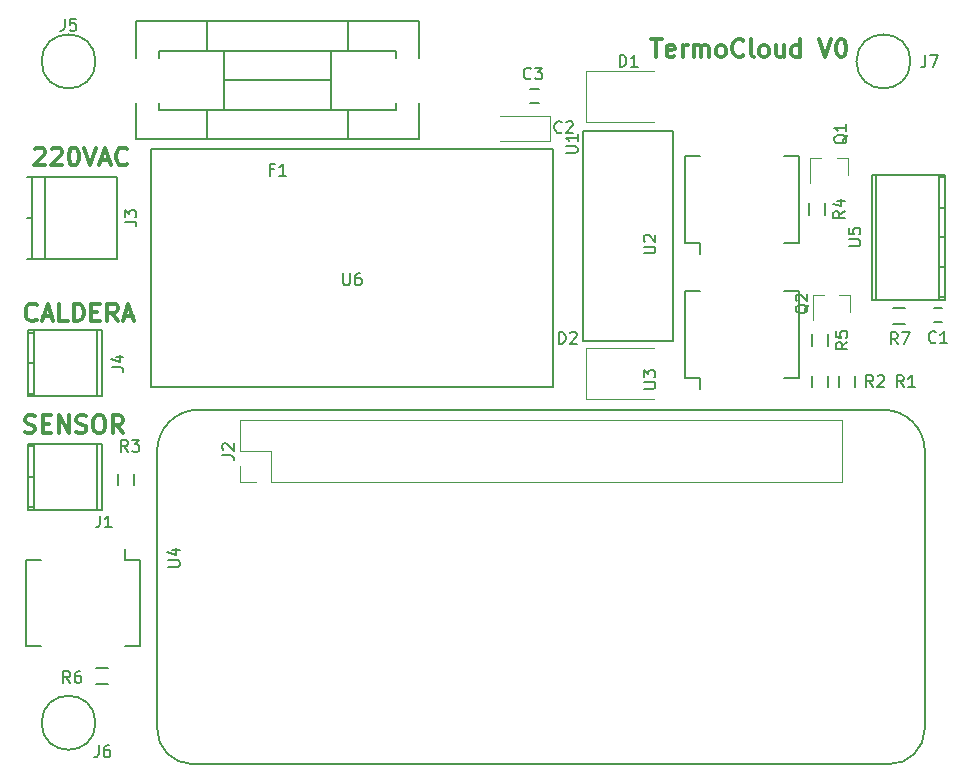
<source format=gbr>
G04 #@! TF.FileFunction,Legend,Top*
%FSLAX46Y46*%
G04 Gerber Fmt 4.6, Leading zero omitted, Abs format (unit mm)*
G04 Created by KiCad (PCBNEW 4.0.7) date Tuesday, 06 '06e' March '06e' 2018, 22:38:06*
%MOMM*%
%LPD*%
G01*
G04 APERTURE LIST*
%ADD10C,0.100000*%
%ADD11C,0.300000*%
%ADD12C,0.150000*%
%ADD13C,0.120000*%
%ADD14C,0.200000*%
G04 APERTURE END LIST*
D10*
D11*
X90307143Y-128407143D02*
X90521429Y-128478571D01*
X90878572Y-128478571D01*
X91021429Y-128407143D01*
X91092858Y-128335714D01*
X91164286Y-128192857D01*
X91164286Y-128050000D01*
X91092858Y-127907143D01*
X91021429Y-127835714D01*
X90878572Y-127764286D01*
X90592858Y-127692857D01*
X90450000Y-127621429D01*
X90378572Y-127550000D01*
X90307143Y-127407143D01*
X90307143Y-127264286D01*
X90378572Y-127121429D01*
X90450000Y-127050000D01*
X90592858Y-126978571D01*
X90950000Y-126978571D01*
X91164286Y-127050000D01*
X91807143Y-127692857D02*
X92307143Y-127692857D01*
X92521429Y-128478571D02*
X91807143Y-128478571D01*
X91807143Y-126978571D01*
X92521429Y-126978571D01*
X93164286Y-128478571D02*
X93164286Y-126978571D01*
X94021429Y-128478571D01*
X94021429Y-126978571D01*
X94664286Y-128407143D02*
X94878572Y-128478571D01*
X95235715Y-128478571D01*
X95378572Y-128407143D01*
X95450001Y-128335714D01*
X95521429Y-128192857D01*
X95521429Y-128050000D01*
X95450001Y-127907143D01*
X95378572Y-127835714D01*
X95235715Y-127764286D01*
X94950001Y-127692857D01*
X94807143Y-127621429D01*
X94735715Y-127550000D01*
X94664286Y-127407143D01*
X94664286Y-127264286D01*
X94735715Y-127121429D01*
X94807143Y-127050000D01*
X94950001Y-126978571D01*
X95307143Y-126978571D01*
X95521429Y-127050000D01*
X96450000Y-126978571D02*
X96735714Y-126978571D01*
X96878572Y-127050000D01*
X97021429Y-127192857D01*
X97092857Y-127478571D01*
X97092857Y-127978571D01*
X97021429Y-128264286D01*
X96878572Y-128407143D01*
X96735714Y-128478571D01*
X96450000Y-128478571D01*
X96307143Y-128407143D01*
X96164286Y-128264286D01*
X96092857Y-127978571D01*
X96092857Y-127478571D01*
X96164286Y-127192857D01*
X96307143Y-127050000D01*
X96450000Y-126978571D01*
X98592858Y-128478571D02*
X98092858Y-127764286D01*
X97735715Y-128478571D02*
X97735715Y-126978571D01*
X98307143Y-126978571D01*
X98450001Y-127050000D01*
X98521429Y-127121429D01*
X98592858Y-127264286D01*
X98592858Y-127478571D01*
X98521429Y-127621429D01*
X98450001Y-127692857D01*
X98307143Y-127764286D01*
X97735715Y-127764286D01*
X91292858Y-118860714D02*
X91221429Y-118932143D01*
X91007143Y-119003571D01*
X90864286Y-119003571D01*
X90650001Y-118932143D01*
X90507143Y-118789286D01*
X90435715Y-118646429D01*
X90364286Y-118360714D01*
X90364286Y-118146429D01*
X90435715Y-117860714D01*
X90507143Y-117717857D01*
X90650001Y-117575000D01*
X90864286Y-117503571D01*
X91007143Y-117503571D01*
X91221429Y-117575000D01*
X91292858Y-117646429D01*
X91864286Y-118575000D02*
X92578572Y-118575000D01*
X91721429Y-119003571D02*
X92221429Y-117503571D01*
X92721429Y-119003571D01*
X93935715Y-119003571D02*
X93221429Y-119003571D01*
X93221429Y-117503571D01*
X94435715Y-119003571D02*
X94435715Y-117503571D01*
X94792858Y-117503571D01*
X95007143Y-117575000D01*
X95150001Y-117717857D01*
X95221429Y-117860714D01*
X95292858Y-118146429D01*
X95292858Y-118360714D01*
X95221429Y-118646429D01*
X95150001Y-118789286D01*
X95007143Y-118932143D01*
X94792858Y-119003571D01*
X94435715Y-119003571D01*
X95935715Y-118217857D02*
X96435715Y-118217857D01*
X96650001Y-119003571D02*
X95935715Y-119003571D01*
X95935715Y-117503571D01*
X96650001Y-117503571D01*
X98150001Y-119003571D02*
X97650001Y-118289286D01*
X97292858Y-119003571D02*
X97292858Y-117503571D01*
X97864286Y-117503571D01*
X98007144Y-117575000D01*
X98078572Y-117646429D01*
X98150001Y-117789286D01*
X98150001Y-118003571D01*
X98078572Y-118146429D01*
X98007144Y-118217857D01*
X97864286Y-118289286D01*
X97292858Y-118289286D01*
X98721429Y-118575000D02*
X99435715Y-118575000D01*
X98578572Y-119003571D02*
X99078572Y-117503571D01*
X99578572Y-119003571D01*
X91157144Y-104446429D02*
X91228573Y-104375000D01*
X91371430Y-104303571D01*
X91728573Y-104303571D01*
X91871430Y-104375000D01*
X91942859Y-104446429D01*
X92014287Y-104589286D01*
X92014287Y-104732143D01*
X91942859Y-104946429D01*
X91085716Y-105803571D01*
X92014287Y-105803571D01*
X92585715Y-104446429D02*
X92657144Y-104375000D01*
X92800001Y-104303571D01*
X93157144Y-104303571D01*
X93300001Y-104375000D01*
X93371430Y-104446429D01*
X93442858Y-104589286D01*
X93442858Y-104732143D01*
X93371430Y-104946429D01*
X92514287Y-105803571D01*
X93442858Y-105803571D01*
X94371429Y-104303571D02*
X94514286Y-104303571D01*
X94657143Y-104375000D01*
X94728572Y-104446429D01*
X94800001Y-104589286D01*
X94871429Y-104875000D01*
X94871429Y-105232143D01*
X94800001Y-105517857D01*
X94728572Y-105660714D01*
X94657143Y-105732143D01*
X94514286Y-105803571D01*
X94371429Y-105803571D01*
X94228572Y-105732143D01*
X94157143Y-105660714D01*
X94085715Y-105517857D01*
X94014286Y-105232143D01*
X94014286Y-104875000D01*
X94085715Y-104589286D01*
X94157143Y-104446429D01*
X94228572Y-104375000D01*
X94371429Y-104303571D01*
X95300000Y-104303571D02*
X95800000Y-105803571D01*
X96300000Y-104303571D01*
X96728571Y-105375000D02*
X97442857Y-105375000D01*
X96585714Y-105803571D02*
X97085714Y-104303571D01*
X97585714Y-105803571D01*
X98942857Y-105660714D02*
X98871428Y-105732143D01*
X98657142Y-105803571D01*
X98514285Y-105803571D01*
X98300000Y-105732143D01*
X98157142Y-105589286D01*
X98085714Y-105446429D01*
X98014285Y-105160714D01*
X98014285Y-104946429D01*
X98085714Y-104660714D01*
X98157142Y-104517857D01*
X98300000Y-104375000D01*
X98514285Y-104303571D01*
X98657142Y-104303571D01*
X98871428Y-104375000D01*
X98942857Y-104446429D01*
X143353572Y-95128571D02*
X144210715Y-95128571D01*
X143782144Y-96628571D02*
X143782144Y-95128571D01*
X145282143Y-96557143D02*
X145139286Y-96628571D01*
X144853572Y-96628571D01*
X144710715Y-96557143D01*
X144639286Y-96414286D01*
X144639286Y-95842857D01*
X144710715Y-95700000D01*
X144853572Y-95628571D01*
X145139286Y-95628571D01*
X145282143Y-95700000D01*
X145353572Y-95842857D01*
X145353572Y-95985714D01*
X144639286Y-96128571D01*
X145996429Y-96628571D02*
X145996429Y-95628571D01*
X145996429Y-95914286D02*
X146067857Y-95771429D01*
X146139286Y-95700000D01*
X146282143Y-95628571D01*
X146425000Y-95628571D01*
X146925000Y-96628571D02*
X146925000Y-95628571D01*
X146925000Y-95771429D02*
X146996428Y-95700000D01*
X147139286Y-95628571D01*
X147353571Y-95628571D01*
X147496428Y-95700000D01*
X147567857Y-95842857D01*
X147567857Y-96628571D01*
X147567857Y-95842857D02*
X147639286Y-95700000D01*
X147782143Y-95628571D01*
X147996428Y-95628571D01*
X148139286Y-95700000D01*
X148210714Y-95842857D01*
X148210714Y-96628571D01*
X149139286Y-96628571D02*
X148996428Y-96557143D01*
X148925000Y-96485714D01*
X148853571Y-96342857D01*
X148853571Y-95914286D01*
X148925000Y-95771429D01*
X148996428Y-95700000D01*
X149139286Y-95628571D01*
X149353571Y-95628571D01*
X149496428Y-95700000D01*
X149567857Y-95771429D01*
X149639286Y-95914286D01*
X149639286Y-96342857D01*
X149567857Y-96485714D01*
X149496428Y-96557143D01*
X149353571Y-96628571D01*
X149139286Y-96628571D01*
X151139286Y-96485714D02*
X151067857Y-96557143D01*
X150853571Y-96628571D01*
X150710714Y-96628571D01*
X150496429Y-96557143D01*
X150353571Y-96414286D01*
X150282143Y-96271429D01*
X150210714Y-95985714D01*
X150210714Y-95771429D01*
X150282143Y-95485714D01*
X150353571Y-95342857D01*
X150496429Y-95200000D01*
X150710714Y-95128571D01*
X150853571Y-95128571D01*
X151067857Y-95200000D01*
X151139286Y-95271429D01*
X151996429Y-96628571D02*
X151853571Y-96557143D01*
X151782143Y-96414286D01*
X151782143Y-95128571D01*
X152782143Y-96628571D02*
X152639285Y-96557143D01*
X152567857Y-96485714D01*
X152496428Y-96342857D01*
X152496428Y-95914286D01*
X152567857Y-95771429D01*
X152639285Y-95700000D01*
X152782143Y-95628571D01*
X152996428Y-95628571D01*
X153139285Y-95700000D01*
X153210714Y-95771429D01*
X153282143Y-95914286D01*
X153282143Y-96342857D01*
X153210714Y-96485714D01*
X153139285Y-96557143D01*
X152996428Y-96628571D01*
X152782143Y-96628571D01*
X154567857Y-95628571D02*
X154567857Y-96628571D01*
X153925000Y-95628571D02*
X153925000Y-96414286D01*
X153996428Y-96557143D01*
X154139286Y-96628571D01*
X154353571Y-96628571D01*
X154496428Y-96557143D01*
X154567857Y-96485714D01*
X155925000Y-96628571D02*
X155925000Y-95128571D01*
X155925000Y-96557143D02*
X155782143Y-96628571D01*
X155496429Y-96628571D01*
X155353571Y-96557143D01*
X155282143Y-96485714D01*
X155210714Y-96342857D01*
X155210714Y-95914286D01*
X155282143Y-95771429D01*
X155353571Y-95700000D01*
X155496429Y-95628571D01*
X155782143Y-95628571D01*
X155925000Y-95700000D01*
X157567857Y-95128571D02*
X158067857Y-96628571D01*
X158567857Y-95128571D01*
X159353571Y-95128571D02*
X159496428Y-95128571D01*
X159639285Y-95200000D01*
X159710714Y-95271429D01*
X159782143Y-95414286D01*
X159853571Y-95700000D01*
X159853571Y-96057143D01*
X159782143Y-96342857D01*
X159710714Y-96485714D01*
X159639285Y-96557143D01*
X159496428Y-96628571D01*
X159353571Y-96628571D01*
X159210714Y-96557143D01*
X159139285Y-96485714D01*
X159067857Y-96342857D01*
X158996428Y-96057143D01*
X158996428Y-95700000D01*
X159067857Y-95414286D01*
X159139285Y-95271429D01*
X159210714Y-95200000D01*
X159353571Y-95128571D01*
D12*
X167950000Y-119100000D02*
X167250000Y-119100000D01*
X167250000Y-117900000D02*
X167950000Y-117900000D01*
D13*
X134800000Y-103700000D02*
X130550000Y-103700000D01*
X134800000Y-101600000D02*
X130550000Y-101600000D01*
X134800000Y-103700000D02*
X134800000Y-101600000D01*
D12*
X133800000Y-100550000D02*
X133100000Y-100550000D01*
X133100000Y-99350000D02*
X133800000Y-99350000D01*
D13*
X137850000Y-97850000D02*
X137850000Y-102150000D01*
X137850000Y-102150000D02*
X143550000Y-102150000D01*
X137850000Y-97850000D02*
X143550000Y-97850000D01*
X137850000Y-121250000D02*
X137850000Y-125550000D01*
X137850000Y-125550000D02*
X143550000Y-125550000D01*
X137850000Y-121250000D02*
X143550000Y-121250000D01*
D12*
X91099040Y-134969080D02*
X91099040Y-129370920D01*
X90601200Y-129569040D02*
X91099040Y-129569040D01*
X91099040Y-134770960D02*
X90601200Y-134770960D01*
X90601200Y-132170000D02*
X91099040Y-132170000D01*
X96400020Y-129370920D02*
X96400020Y-134969080D01*
X90601200Y-129370920D02*
X90601200Y-134969080D01*
X90601200Y-134969080D02*
X96798800Y-134969080D01*
X96798800Y-134969080D02*
X96798800Y-129370920D01*
X96798800Y-129370920D02*
X90601200Y-129370920D01*
X91099040Y-125369080D02*
X91099040Y-119770920D01*
X90601200Y-119969040D02*
X91099040Y-119969040D01*
X91099040Y-125170960D02*
X90601200Y-125170960D01*
X90601200Y-122570000D02*
X91099040Y-122570000D01*
X96400020Y-119770920D02*
X96400020Y-125369080D01*
X90601200Y-119770920D02*
X90601200Y-125369080D01*
X90601200Y-125369080D02*
X96798800Y-125369080D01*
X96798800Y-125369080D02*
X96798800Y-119770920D01*
X96798800Y-119770920D02*
X90601200Y-119770920D01*
D13*
X159980000Y-105140000D02*
X159050000Y-105140000D01*
X156820000Y-105140000D02*
X157750000Y-105140000D01*
X156820000Y-105140000D02*
X156820000Y-107300000D01*
X159980000Y-105140000D02*
X159980000Y-106600000D01*
X160180000Y-116740000D02*
X159250000Y-116740000D01*
X157020000Y-116740000D02*
X157950000Y-116740000D01*
X157020000Y-116740000D02*
X157020000Y-118900000D01*
X160180000Y-116740000D02*
X160180000Y-118200000D01*
D12*
X159225000Y-124600000D02*
X159225000Y-123600000D01*
X160575000Y-123600000D02*
X160575000Y-124600000D01*
X156925000Y-124600000D02*
X156925000Y-123600000D01*
X158275000Y-123600000D02*
X158275000Y-124600000D01*
X99575000Y-131900000D02*
X99575000Y-132900000D01*
X98225000Y-132900000D02*
X98225000Y-131900000D01*
X156725000Y-110000000D02*
X156725000Y-109000000D01*
X158075000Y-109000000D02*
X158075000Y-110000000D01*
X156925000Y-121100000D02*
X156925000Y-120100000D01*
X158275000Y-120100000D02*
X158275000Y-121100000D01*
X97350000Y-149725000D02*
X96350000Y-149725000D01*
X96350000Y-148375000D02*
X97350000Y-148375000D01*
X164800000Y-119225000D02*
X163800000Y-119225000D01*
X163800000Y-117875000D02*
X164800000Y-117875000D01*
X146155000Y-112365000D02*
X147425000Y-112365000D01*
X146155000Y-105015000D02*
X147425000Y-105015000D01*
X155825000Y-105015000D02*
X154555000Y-105015000D01*
X155825000Y-112365000D02*
X154555000Y-112365000D01*
X146155000Y-112365000D02*
X146155000Y-105015000D01*
X155825000Y-112365000D02*
X155825000Y-105015000D01*
X147425000Y-112365000D02*
X147425000Y-113300000D01*
X146155000Y-123815000D02*
X147425000Y-123815000D01*
X146155000Y-116465000D02*
X147425000Y-116465000D01*
X155825000Y-116465000D02*
X154555000Y-116465000D01*
X155825000Y-123815000D02*
X154555000Y-123815000D01*
X146155000Y-123815000D02*
X146155000Y-116465000D01*
X155825000Y-123815000D02*
X155825000Y-116465000D01*
X147425000Y-123815000D02*
X147425000Y-124750000D01*
X100045000Y-139185000D02*
X98775000Y-139185000D01*
X100045000Y-146535000D02*
X98775000Y-146535000D01*
X90375000Y-146535000D02*
X91645000Y-146535000D01*
X90375000Y-139185000D02*
X91645000Y-139185000D01*
X100045000Y-139185000D02*
X100045000Y-146535000D01*
X90375000Y-139185000D02*
X90375000Y-146535000D01*
X98775000Y-139185000D02*
X98775000Y-138250000D01*
X162001200Y-106589020D02*
X162001200Y-117190980D01*
X162399980Y-117190980D02*
X162399980Y-106589020D01*
X167700960Y-117190980D02*
X167700960Y-106589020D01*
X168198800Y-106589020D02*
X168198800Y-117190980D01*
X167700960Y-109393180D02*
X168198800Y-109393180D01*
X167700960Y-111890000D02*
X168198800Y-111890000D01*
X168198800Y-116987780D02*
X167700960Y-116987780D01*
X167700960Y-106789680D02*
X168198800Y-106789680D01*
X168198800Y-114386820D02*
X167700960Y-114386820D01*
X168198800Y-106591560D02*
X162001200Y-106591560D01*
X162001200Y-117185900D02*
X168198800Y-117185900D01*
D14*
X166500000Y-130000000D02*
X166500000Y-153500000D01*
X166500000Y-130000000D02*
G75*
G03X163000000Y-126500000I-3500000J0D01*
G01*
X101500000Y-130000000D02*
X101500000Y-153500000D01*
X101500000Y-130000000D02*
G75*
G02X105000000Y-126500000I3500000J0D01*
G01*
X163447643Y-156499543D02*
G75*
G03X166500000Y-153500000I52357J2999543D01*
G01*
X101500457Y-153447643D02*
G75*
G03X104500000Y-156500000I2999543J-52357D01*
G01*
X104500000Y-156500000D02*
X163500000Y-156500000D01*
X105000000Y-126500000D02*
X163000000Y-126500000D01*
D13*
X159460000Y-132600000D02*
X159460000Y-127400000D01*
X111140000Y-132600000D02*
X159460000Y-132600000D01*
X108540000Y-127400000D02*
X159460000Y-127400000D01*
X111140000Y-132600000D02*
X111140000Y-130000000D01*
X111140000Y-130000000D02*
X108540000Y-130000000D01*
X108540000Y-130000000D02*
X108540000Y-127400000D01*
X109870000Y-132600000D02*
X108540000Y-132600000D01*
X108540000Y-132600000D02*
X108540000Y-131270000D01*
D12*
X90900000Y-110250000D02*
X90500000Y-110250000D01*
X92000000Y-106750000D02*
X92000000Y-113750000D01*
X90900000Y-106750000D02*
X90900000Y-113750000D01*
X98100000Y-106750000D02*
X90500000Y-106750000D01*
X90500000Y-113750000D02*
X98100000Y-113750000D01*
X98100000Y-113750000D02*
X98100000Y-106750000D01*
X117699480Y-101099360D02*
X117699480Y-103601260D01*
X117699480Y-93598740D02*
X117699480Y-96100640D01*
X105700520Y-93598740D02*
X105700520Y-96100640D01*
X105700520Y-103601260D02*
X105700520Y-101099360D01*
X116200880Y-98600000D02*
X107199120Y-98600000D01*
X116200880Y-101099360D02*
X116200880Y-96100640D01*
X107199120Y-101099360D02*
X107199120Y-96100640D01*
X101700020Y-100499920D02*
X101700020Y-101099360D01*
X121699980Y-96700080D02*
X121699980Y-96100640D01*
X121699980Y-96100640D02*
X101700020Y-96100640D01*
X101700020Y-96100640D02*
X101700020Y-96700080D01*
X101700020Y-101099360D02*
X121699980Y-101099360D01*
X121699980Y-101099360D02*
X121699980Y-100499920D01*
X99701040Y-100499920D02*
X99701040Y-103601260D01*
X123698960Y-96700080D02*
X123698960Y-93598740D01*
X123698960Y-93598740D02*
X99701040Y-93598740D01*
X99701040Y-93598740D02*
X99701040Y-96700080D01*
X99701040Y-103601260D02*
X123698960Y-103601260D01*
X123698960Y-103601260D02*
X123698960Y-100499920D01*
X96286000Y-97000000D02*
G75*
G03X96286000Y-97000000I-2286000J0D01*
G01*
X96286000Y-153000000D02*
G75*
G03X96286000Y-153000000I-2286000J0D01*
G01*
X165286000Y-97000000D02*
G75*
G03X165286000Y-97000000I-2286000J0D01*
G01*
X101000000Y-104400000D02*
X101000000Y-124600000D01*
X135000000Y-104400000D02*
X101000000Y-104400000D01*
X135000000Y-104600000D02*
X135000000Y-104400000D01*
X135000000Y-124600000D02*
X135000000Y-104600000D01*
X101000000Y-124600000D02*
X135000000Y-124600000D01*
X137530000Y-120640000D02*
X145150000Y-120640000D01*
X137530000Y-102860000D02*
X137530000Y-120640000D01*
X145150000Y-102860000D02*
X137530000Y-102860000D01*
X137530000Y-102860000D02*
X145150000Y-102860000D01*
X145150000Y-102860000D02*
X145150000Y-120640000D01*
X167433334Y-120757143D02*
X167385715Y-120804762D01*
X167242858Y-120852381D01*
X167147620Y-120852381D01*
X167004762Y-120804762D01*
X166909524Y-120709524D01*
X166861905Y-120614286D01*
X166814286Y-120423810D01*
X166814286Y-120280952D01*
X166861905Y-120090476D01*
X166909524Y-119995238D01*
X167004762Y-119900000D01*
X167147620Y-119852381D01*
X167242858Y-119852381D01*
X167385715Y-119900000D01*
X167433334Y-119947619D01*
X168385715Y-120852381D02*
X167814286Y-120852381D01*
X168100000Y-120852381D02*
X168100000Y-119852381D01*
X168004762Y-119995238D01*
X167909524Y-120090476D01*
X167814286Y-120138095D01*
X135758334Y-102982143D02*
X135710715Y-103029762D01*
X135567858Y-103077381D01*
X135472620Y-103077381D01*
X135329762Y-103029762D01*
X135234524Y-102934524D01*
X135186905Y-102839286D01*
X135139286Y-102648810D01*
X135139286Y-102505952D01*
X135186905Y-102315476D01*
X135234524Y-102220238D01*
X135329762Y-102125000D01*
X135472620Y-102077381D01*
X135567858Y-102077381D01*
X135710715Y-102125000D01*
X135758334Y-102172619D01*
X136139286Y-102172619D02*
X136186905Y-102125000D01*
X136282143Y-102077381D01*
X136520239Y-102077381D01*
X136615477Y-102125000D01*
X136663096Y-102172619D01*
X136710715Y-102267857D01*
X136710715Y-102363095D01*
X136663096Y-102505952D01*
X136091667Y-103077381D01*
X136710715Y-103077381D01*
X133158334Y-98432143D02*
X133110715Y-98479762D01*
X132967858Y-98527381D01*
X132872620Y-98527381D01*
X132729762Y-98479762D01*
X132634524Y-98384524D01*
X132586905Y-98289286D01*
X132539286Y-98098810D01*
X132539286Y-97955952D01*
X132586905Y-97765476D01*
X132634524Y-97670238D01*
X132729762Y-97575000D01*
X132872620Y-97527381D01*
X132967858Y-97527381D01*
X133110715Y-97575000D01*
X133158334Y-97622619D01*
X133491667Y-97527381D02*
X134110715Y-97527381D01*
X133777381Y-97908333D01*
X133920239Y-97908333D01*
X134015477Y-97955952D01*
X134063096Y-98003571D01*
X134110715Y-98098810D01*
X134110715Y-98336905D01*
X134063096Y-98432143D01*
X134015477Y-98479762D01*
X133920239Y-98527381D01*
X133634524Y-98527381D01*
X133539286Y-98479762D01*
X133491667Y-98432143D01*
X140661905Y-97452381D02*
X140661905Y-96452381D01*
X140900000Y-96452381D01*
X141042858Y-96500000D01*
X141138096Y-96595238D01*
X141185715Y-96690476D01*
X141233334Y-96880952D01*
X141233334Y-97023810D01*
X141185715Y-97214286D01*
X141138096Y-97309524D01*
X141042858Y-97404762D01*
X140900000Y-97452381D01*
X140661905Y-97452381D01*
X142185715Y-97452381D02*
X141614286Y-97452381D01*
X141900000Y-97452381D02*
X141900000Y-96452381D01*
X141804762Y-96595238D01*
X141709524Y-96690476D01*
X141614286Y-96738095D01*
X135511905Y-120902381D02*
X135511905Y-119902381D01*
X135750000Y-119902381D01*
X135892858Y-119950000D01*
X135988096Y-120045238D01*
X136035715Y-120140476D01*
X136083334Y-120330952D01*
X136083334Y-120473810D01*
X136035715Y-120664286D01*
X135988096Y-120759524D01*
X135892858Y-120854762D01*
X135750000Y-120902381D01*
X135511905Y-120902381D01*
X136464286Y-119997619D02*
X136511905Y-119950000D01*
X136607143Y-119902381D01*
X136845239Y-119902381D01*
X136940477Y-119950000D01*
X136988096Y-119997619D01*
X137035715Y-120092857D01*
X137035715Y-120188095D01*
X136988096Y-120330952D01*
X136416667Y-120902381D01*
X137035715Y-120902381D01*
X96666667Y-135452381D02*
X96666667Y-136166667D01*
X96619047Y-136309524D01*
X96523809Y-136404762D01*
X96380952Y-136452381D01*
X96285714Y-136452381D01*
X97666667Y-136452381D02*
X97095238Y-136452381D01*
X97380952Y-136452381D02*
X97380952Y-135452381D01*
X97285714Y-135595238D01*
X97190476Y-135690476D01*
X97095238Y-135738095D01*
X97653261Y-122903333D02*
X98367547Y-122903333D01*
X98510404Y-122950953D01*
X98605642Y-123046191D01*
X98653261Y-123189048D01*
X98653261Y-123284286D01*
X97986594Y-121998571D02*
X98653261Y-121998571D01*
X97605642Y-122236667D02*
X98319928Y-122474762D01*
X98319928Y-121855714D01*
X159947619Y-103220238D02*
X159900000Y-103315476D01*
X159804762Y-103410714D01*
X159661905Y-103553571D01*
X159614286Y-103648810D01*
X159614286Y-103744048D01*
X159852381Y-103696429D02*
X159804762Y-103791667D01*
X159709524Y-103886905D01*
X159519048Y-103934524D01*
X159185714Y-103934524D01*
X158995238Y-103886905D01*
X158900000Y-103791667D01*
X158852381Y-103696429D01*
X158852381Y-103505952D01*
X158900000Y-103410714D01*
X158995238Y-103315476D01*
X159185714Y-103267857D01*
X159519048Y-103267857D01*
X159709524Y-103315476D01*
X159804762Y-103410714D01*
X159852381Y-103505952D01*
X159852381Y-103696429D01*
X159852381Y-102315476D02*
X159852381Y-102886905D01*
X159852381Y-102601191D02*
X158852381Y-102601191D01*
X158995238Y-102696429D01*
X159090476Y-102791667D01*
X159138095Y-102886905D01*
X156647619Y-117595238D02*
X156600000Y-117690476D01*
X156504762Y-117785714D01*
X156361905Y-117928571D01*
X156314286Y-118023810D01*
X156314286Y-118119048D01*
X156552381Y-118071429D02*
X156504762Y-118166667D01*
X156409524Y-118261905D01*
X156219048Y-118309524D01*
X155885714Y-118309524D01*
X155695238Y-118261905D01*
X155600000Y-118166667D01*
X155552381Y-118071429D01*
X155552381Y-117880952D01*
X155600000Y-117785714D01*
X155695238Y-117690476D01*
X155885714Y-117642857D01*
X156219048Y-117642857D01*
X156409524Y-117690476D01*
X156504762Y-117785714D01*
X156552381Y-117880952D01*
X156552381Y-118071429D01*
X155647619Y-117261905D02*
X155600000Y-117214286D01*
X155552381Y-117119048D01*
X155552381Y-116880952D01*
X155600000Y-116785714D01*
X155647619Y-116738095D01*
X155742857Y-116690476D01*
X155838095Y-116690476D01*
X155980952Y-116738095D01*
X156552381Y-117309524D01*
X156552381Y-116690476D01*
X164708334Y-124577381D02*
X164375000Y-124101190D01*
X164136905Y-124577381D02*
X164136905Y-123577381D01*
X164517858Y-123577381D01*
X164613096Y-123625000D01*
X164660715Y-123672619D01*
X164708334Y-123767857D01*
X164708334Y-123910714D01*
X164660715Y-124005952D01*
X164613096Y-124053571D01*
X164517858Y-124101190D01*
X164136905Y-124101190D01*
X165660715Y-124577381D02*
X165089286Y-124577381D01*
X165375000Y-124577381D02*
X165375000Y-123577381D01*
X165279762Y-123720238D01*
X165184524Y-123815476D01*
X165089286Y-123863095D01*
X162133334Y-124577381D02*
X161800000Y-124101190D01*
X161561905Y-124577381D02*
X161561905Y-123577381D01*
X161942858Y-123577381D01*
X162038096Y-123625000D01*
X162085715Y-123672619D01*
X162133334Y-123767857D01*
X162133334Y-123910714D01*
X162085715Y-124005952D01*
X162038096Y-124053571D01*
X161942858Y-124101190D01*
X161561905Y-124101190D01*
X162514286Y-123672619D02*
X162561905Y-123625000D01*
X162657143Y-123577381D01*
X162895239Y-123577381D01*
X162990477Y-123625000D01*
X163038096Y-123672619D01*
X163085715Y-123767857D01*
X163085715Y-123863095D01*
X163038096Y-124005952D01*
X162466667Y-124577381D01*
X163085715Y-124577381D01*
X99033334Y-130052381D02*
X98700000Y-129576190D01*
X98461905Y-130052381D02*
X98461905Y-129052381D01*
X98842858Y-129052381D01*
X98938096Y-129100000D01*
X98985715Y-129147619D01*
X99033334Y-129242857D01*
X99033334Y-129385714D01*
X98985715Y-129480952D01*
X98938096Y-129528571D01*
X98842858Y-129576190D01*
X98461905Y-129576190D01*
X99366667Y-129052381D02*
X99985715Y-129052381D01*
X99652381Y-129433333D01*
X99795239Y-129433333D01*
X99890477Y-129480952D01*
X99938096Y-129528571D01*
X99985715Y-129623810D01*
X99985715Y-129861905D01*
X99938096Y-129957143D01*
X99890477Y-130004762D01*
X99795239Y-130052381D01*
X99509524Y-130052381D01*
X99414286Y-130004762D01*
X99366667Y-129957143D01*
X159752381Y-109666666D02*
X159276190Y-110000000D01*
X159752381Y-110238095D02*
X158752381Y-110238095D01*
X158752381Y-109857142D01*
X158800000Y-109761904D01*
X158847619Y-109714285D01*
X158942857Y-109666666D01*
X159085714Y-109666666D01*
X159180952Y-109714285D01*
X159228571Y-109761904D01*
X159276190Y-109857142D01*
X159276190Y-110238095D01*
X159085714Y-108809523D02*
X159752381Y-108809523D01*
X158704762Y-109047619D02*
X159419048Y-109285714D01*
X159419048Y-108666666D01*
X159952381Y-120766666D02*
X159476190Y-121100000D01*
X159952381Y-121338095D02*
X158952381Y-121338095D01*
X158952381Y-120957142D01*
X159000000Y-120861904D01*
X159047619Y-120814285D01*
X159142857Y-120766666D01*
X159285714Y-120766666D01*
X159380952Y-120814285D01*
X159428571Y-120861904D01*
X159476190Y-120957142D01*
X159476190Y-121338095D01*
X158952381Y-119861904D02*
X158952381Y-120338095D01*
X159428571Y-120385714D01*
X159380952Y-120338095D01*
X159333333Y-120242857D01*
X159333333Y-120004761D01*
X159380952Y-119909523D01*
X159428571Y-119861904D01*
X159523810Y-119814285D01*
X159761905Y-119814285D01*
X159857143Y-119861904D01*
X159904762Y-119909523D01*
X159952381Y-120004761D01*
X159952381Y-120242857D01*
X159904762Y-120338095D01*
X159857143Y-120385714D01*
X94133334Y-149627381D02*
X93800000Y-149151190D01*
X93561905Y-149627381D02*
X93561905Y-148627381D01*
X93942858Y-148627381D01*
X94038096Y-148675000D01*
X94085715Y-148722619D01*
X94133334Y-148817857D01*
X94133334Y-148960714D01*
X94085715Y-149055952D01*
X94038096Y-149103571D01*
X93942858Y-149151190D01*
X93561905Y-149151190D01*
X94990477Y-148627381D02*
X94800000Y-148627381D01*
X94704762Y-148675000D01*
X94657143Y-148722619D01*
X94561905Y-148865476D01*
X94514286Y-149055952D01*
X94514286Y-149436905D01*
X94561905Y-149532143D01*
X94609524Y-149579762D01*
X94704762Y-149627381D01*
X94895239Y-149627381D01*
X94990477Y-149579762D01*
X95038096Y-149532143D01*
X95085715Y-149436905D01*
X95085715Y-149198810D01*
X95038096Y-149103571D01*
X94990477Y-149055952D01*
X94895239Y-149008333D01*
X94704762Y-149008333D01*
X94609524Y-149055952D01*
X94561905Y-149103571D01*
X94514286Y-149198810D01*
X164208334Y-120952381D02*
X163875000Y-120476190D01*
X163636905Y-120952381D02*
X163636905Y-119952381D01*
X164017858Y-119952381D01*
X164113096Y-120000000D01*
X164160715Y-120047619D01*
X164208334Y-120142857D01*
X164208334Y-120285714D01*
X164160715Y-120380952D01*
X164113096Y-120428571D01*
X164017858Y-120476190D01*
X163636905Y-120476190D01*
X164541667Y-119952381D02*
X165208334Y-119952381D01*
X164779762Y-120952381D01*
X142682381Y-113261905D02*
X143491905Y-113261905D01*
X143587143Y-113214286D01*
X143634762Y-113166667D01*
X143682381Y-113071429D01*
X143682381Y-112880952D01*
X143634762Y-112785714D01*
X143587143Y-112738095D01*
X143491905Y-112690476D01*
X142682381Y-112690476D01*
X142777619Y-112261905D02*
X142730000Y-112214286D01*
X142682381Y-112119048D01*
X142682381Y-111880952D01*
X142730000Y-111785714D01*
X142777619Y-111738095D01*
X142872857Y-111690476D01*
X142968095Y-111690476D01*
X143110952Y-111738095D01*
X143682381Y-112309524D01*
X143682381Y-111690476D01*
X142682381Y-124711905D02*
X143491905Y-124711905D01*
X143587143Y-124664286D01*
X143634762Y-124616667D01*
X143682381Y-124521429D01*
X143682381Y-124330952D01*
X143634762Y-124235714D01*
X143587143Y-124188095D01*
X143491905Y-124140476D01*
X142682381Y-124140476D01*
X142682381Y-123759524D02*
X142682381Y-123140476D01*
X143063333Y-123473810D01*
X143063333Y-123330952D01*
X143110952Y-123235714D01*
X143158571Y-123188095D01*
X143253810Y-123140476D01*
X143491905Y-123140476D01*
X143587143Y-123188095D01*
X143634762Y-123235714D01*
X143682381Y-123330952D01*
X143682381Y-123616667D01*
X143634762Y-123711905D01*
X143587143Y-123759524D01*
X102422381Y-139811905D02*
X103231905Y-139811905D01*
X103327143Y-139764286D01*
X103374762Y-139716667D01*
X103422381Y-139621429D01*
X103422381Y-139430952D01*
X103374762Y-139335714D01*
X103327143Y-139288095D01*
X103231905Y-139240476D01*
X102422381Y-139240476D01*
X102755714Y-138335714D02*
X103422381Y-138335714D01*
X102374762Y-138573810D02*
X103089048Y-138811905D01*
X103089048Y-138192857D01*
X160051501Y-112651905D02*
X160861025Y-112651905D01*
X160956263Y-112604286D01*
X161003882Y-112556667D01*
X161051501Y-112461429D01*
X161051501Y-112270952D01*
X161003882Y-112175714D01*
X160956263Y-112128095D01*
X160861025Y-112080476D01*
X160051501Y-112080476D01*
X160051501Y-111128095D02*
X160051501Y-111604286D01*
X160527691Y-111651905D01*
X160480072Y-111604286D01*
X160432453Y-111509048D01*
X160432453Y-111270952D01*
X160480072Y-111175714D01*
X160527691Y-111128095D01*
X160622930Y-111080476D01*
X160861025Y-111080476D01*
X160956263Y-111128095D01*
X161003882Y-111175714D01*
X161051501Y-111270952D01*
X161051501Y-111509048D01*
X161003882Y-111604286D01*
X160956263Y-111651905D01*
X106992381Y-130333333D02*
X107706667Y-130333333D01*
X107849524Y-130380953D01*
X107944762Y-130476191D01*
X107992381Y-130619048D01*
X107992381Y-130714286D01*
X107087619Y-129904762D02*
X107040000Y-129857143D01*
X106992381Y-129761905D01*
X106992381Y-129523809D01*
X107040000Y-129428571D01*
X107087619Y-129380952D01*
X107182857Y-129333333D01*
X107278095Y-129333333D01*
X107420952Y-129380952D01*
X107992381Y-129952381D01*
X107992381Y-129333333D01*
X98752381Y-110583333D02*
X99466667Y-110583333D01*
X99609524Y-110630953D01*
X99704762Y-110726191D01*
X99752381Y-110869048D01*
X99752381Y-110964286D01*
X98752381Y-110202381D02*
X98752381Y-109583333D01*
X99133333Y-109916667D01*
X99133333Y-109773809D01*
X99180952Y-109678571D01*
X99228571Y-109630952D01*
X99323810Y-109583333D01*
X99561905Y-109583333D01*
X99657143Y-109630952D01*
X99704762Y-109678571D01*
X99752381Y-109773809D01*
X99752381Y-110059524D01*
X99704762Y-110154762D01*
X99657143Y-110202381D01*
X111366667Y-106148571D02*
X111033333Y-106148571D01*
X111033333Y-106672381D02*
X111033333Y-105672381D01*
X111509524Y-105672381D01*
X112414286Y-106672381D02*
X111842857Y-106672381D01*
X112128571Y-106672381D02*
X112128571Y-105672381D01*
X112033333Y-105815238D01*
X111938095Y-105910476D01*
X111842857Y-105958095D01*
X93666667Y-93404381D02*
X93666667Y-94118667D01*
X93619047Y-94261524D01*
X93523809Y-94356762D01*
X93380952Y-94404381D01*
X93285714Y-94404381D01*
X94619048Y-93404381D02*
X94142857Y-93404381D01*
X94095238Y-93880571D01*
X94142857Y-93832952D01*
X94238095Y-93785333D01*
X94476191Y-93785333D01*
X94571429Y-93832952D01*
X94619048Y-93880571D01*
X94666667Y-93975810D01*
X94666667Y-94213905D01*
X94619048Y-94309143D01*
X94571429Y-94356762D01*
X94476191Y-94404381D01*
X94238095Y-94404381D01*
X94142857Y-94356762D01*
X94095238Y-94309143D01*
X96541667Y-154902381D02*
X96541667Y-155616667D01*
X96494047Y-155759524D01*
X96398809Y-155854762D01*
X96255952Y-155902381D01*
X96160714Y-155902381D01*
X97446429Y-154902381D02*
X97255952Y-154902381D01*
X97160714Y-154950000D01*
X97113095Y-154997619D01*
X97017857Y-155140476D01*
X96970238Y-155330952D01*
X96970238Y-155711905D01*
X97017857Y-155807143D01*
X97065476Y-155854762D01*
X97160714Y-155902381D01*
X97351191Y-155902381D01*
X97446429Y-155854762D01*
X97494048Y-155807143D01*
X97541667Y-155711905D01*
X97541667Y-155473810D01*
X97494048Y-155378571D01*
X97446429Y-155330952D01*
X97351191Y-155283333D01*
X97160714Y-155283333D01*
X97065476Y-155330952D01*
X97017857Y-155378571D01*
X96970238Y-155473810D01*
X166541667Y-96502381D02*
X166541667Y-97216667D01*
X166494047Y-97359524D01*
X166398809Y-97454762D01*
X166255952Y-97502381D01*
X166160714Y-97502381D01*
X166922619Y-96502381D02*
X167589286Y-96502381D01*
X167160714Y-97502381D01*
X117238095Y-114952381D02*
X117238095Y-115761905D01*
X117285714Y-115857143D01*
X117333333Y-115904762D01*
X117428571Y-115952381D01*
X117619048Y-115952381D01*
X117714286Y-115904762D01*
X117761905Y-115857143D01*
X117809524Y-115761905D01*
X117809524Y-114952381D01*
X118714286Y-114952381D02*
X118523809Y-114952381D01*
X118428571Y-115000000D01*
X118380952Y-115047619D01*
X118285714Y-115190476D01*
X118238095Y-115380952D01*
X118238095Y-115761905D01*
X118285714Y-115857143D01*
X118333333Y-115904762D01*
X118428571Y-115952381D01*
X118619048Y-115952381D01*
X118714286Y-115904762D01*
X118761905Y-115857143D01*
X118809524Y-115761905D01*
X118809524Y-115523810D01*
X118761905Y-115428571D01*
X118714286Y-115380952D01*
X118619048Y-115333333D01*
X118428571Y-115333333D01*
X118333333Y-115380952D01*
X118285714Y-115428571D01*
X118238095Y-115523810D01*
X136102381Y-104761905D02*
X136911905Y-104761905D01*
X137007143Y-104714286D01*
X137054762Y-104666667D01*
X137102381Y-104571429D01*
X137102381Y-104380952D01*
X137054762Y-104285714D01*
X137007143Y-104238095D01*
X136911905Y-104190476D01*
X136102381Y-104190476D01*
X137102381Y-103190476D02*
X137102381Y-103761905D01*
X137102381Y-103476191D02*
X136102381Y-103476191D01*
X136245238Y-103571429D01*
X136340476Y-103666667D01*
X136388095Y-103761905D01*
M02*

</source>
